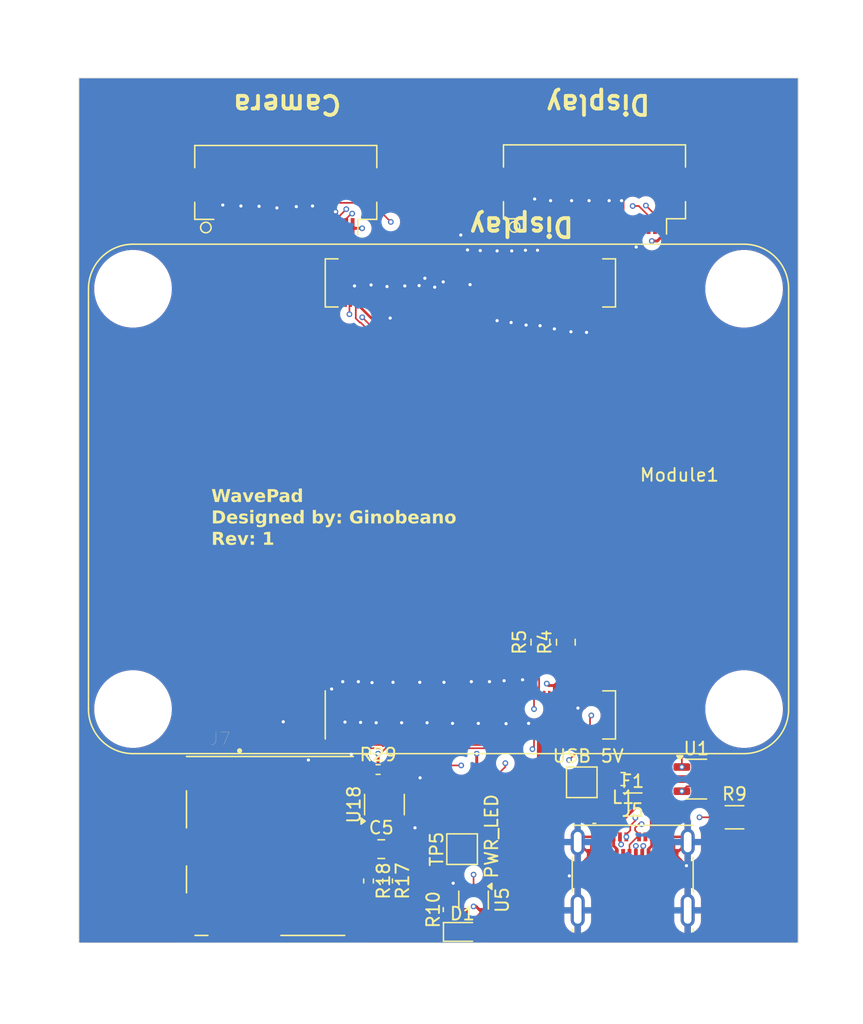
<source format=kicad_pcb>
(kicad_pcb (version 20241229) (generator "pcbnew") (generator_version "9.0")
  (layers (0 "F.Cu" signal "Front") (4 "In1.Cu" signal) (6 "In2.Cu" signal) (2 "B.Cu" signal "Back") (13 "F.Paste" user) (15 "B.Paste" user) (5 "F.SilkS" user "F.Silkscreen") (7 "B.SilkS" user "B.Silkscreen") (1 "F.Mask" user) (3 "B.Mask" user) (25 "Edge.Cuts" user))
  (net 0 "")
  (net 1 "GND")
  (net 2 "/CM4_GPIO (GPIO, SDCARD)/SD_PWR")
  (net 3 "Net-(D1-K)")
  (net 4 "/+3.3v")
  (net 5 "/+5v")
  (net 6 "Net-(U1-VBUS)")
  (net 7 "/CM4_GPIO (GPIO, SDCARD)/GLOBAL_EN")
  (net 8 "/CM4_GPIO (GPIO, SDCARD)/RUN_PG")
  (net 9 "/CM4_GPIO (GPIO, SDCARD)/WL_nDis")
  (net 10 "/CM4_GPIO (GPIO, SDCARD)/BT_nDis")
  (net 11 "/USB/USB D-")
  (net 12 "Net-(J5-CC1)")
  (net 13 "/USB/USB D+")
  (net 14 "/CM4_HighSpeed/SDA1")
  (net 15 "/CM4_GPIO (GPIO, SDCARD)/ID_SC")
  (net 16 "/CM4_GPIO (GPIO, SDCARD)/ID_SD")
  (net 17 "/CM4_HighSpeed/SCL1")
  (net 18 "Net-(J7-DET_A)")
  (net 19 "/CM4_GPIO (GPIO, SDCARD)/SD_DAT1")
  (net 20 "/CM4_GPIO (GPIO, SDCARD)/SD_CMD")
  (net 21 "/CM4_GPIO (GPIO, SDCARD)/SD_CLK")
  (net 22 "/CM4_GPIO (GPIO, SDCARD)/SD_DAT0")
  (net 23 "/CM4_GPIO (GPIO, SDCARD)/SD_DAT3")
  (net 24 "Net-(J7-DET_B)")
  (net 25 "/CM4_GPIO (GPIO, SDCARD)/SD_DAT2")
  (net 26 "/CM4_HighSpeed/CAM0_D0_P")
  (net 29 "/CM4_HighSpeed/CAM0_C_P")
  (net 30 "/CM4_HighSpeed/CAM0_C_N")
  (net 32 "/CM4_HighSpeed/CAM0_D1_P")
  (net 33 "/CM4_HighSpeed/CAM0_D1_N")
  (net 35 "/CM4_HighSpeed/+3.3v")
  (net 36 "/CM4_HighSpeed/CAM0_D0_N")
  (net 38 "/CM4_HighSpeed/CAM_GPIO")
  (net 40 "/CM4_HighSpeed/DSI0_D1_P")
  (net 41 "/CM4_HighSpeed/DSI0_C_P")
  (net 44 "/CM4_HighSpeed/DSI0_D0_N")
  (net 46 "/CM4_HighSpeed/DSI0_D0_P")
  (net 47 "/CM4_HighSpeed/DSI0_C_N")
  (net 50 "/CM4_HighSpeed/DSI0_D1_N")
  (net 51 "/CM4_GPIO (GPIO, SDCARD)/nRPIBOOT")
  (net 52 "/CM4_GPIO (GPIO, SDCARD)/GPIO23")
  (net 53 "/CM4_GPIO (GPIO, SDCARD)/+1.8v")
  (net 54 "/CM4_GPIO (GPIO, SDCARD)/GPIO_VREF")
  (net 55 "/CM4_GPIO (GPIO, SDCARD)/TRD0_N")
  (net 56 "/CM4_GPIO (GPIO, SDCARD)/SYNC_IN")
  (net 57 "/CM4_HighSpeed/CAM1_D0_N")
  (net 58 "/CM4_HighSpeed/DSI1_D3_N")
  (net 59 "/CM4_GPIO (GPIO, SDCARD)/GPIO8")
  (net 61 "/CM4_GPIO (GPIO, SDCARD)/GPIO22")
  (net 62 "/CM4_GPIO (GPIO, SDCARD)/AIN0")
  (net 63 "/CM4_HighSpeed/CAM1_D3_N")
  (net 64 "/CM4_GPIO (GPIO, SDCARD)/GPIO14")
  (net 65 "/CM4_HighSpeed/HDMI0_SDA")
  (net 66 "/CM4_HighSpeed/HDMI1_SDA")
  (net 67 "/CM4_HighSpeed/HDMI1_CK_P")
  (net 68 "/CM4_HighSpeed/DSI1_C_N")
  (net 69 "/CM4_HighSpeed/HDMI1_CK_N")
  (net 70 "/CM4_HighSpeed/HDMI1_D0_N")
  (net 71 "/CM4_HighSpeed/HDMI0_CEC")
  (net 72 "/CM4_GPIO (GPIO, SDCARD)/GPIO4")
  (net 73 "/CM4_HighSpeed/DSI1_D0_N")
  (net 74 "/CM4_HighSpeed/PCIE_CLK_N")
  (net 75 "/CM4_HighSpeed/PCIE_TX_P")
  (net 76 "/CM4_HighSpeed/HDMI1_D2_P")
  (net 77 "/CM4_GPIO (GPIO, SDCARD)/GPIO6")
  (net 78 "/CM4_GPIO (GPIO, SDCARD)/SCL0")
  (net 80 "/CM4_HighSpeed/PCIE_TX_N")
  (net 82 "/CM4_GPIO (GPIO, SDCARD)/EEPROM_nWP")
  (net 83 "/CM4_GPIO (GPIO, SDCARD)/SDA0")
  (net 85 "/CM4_HighSpeed/HDMI1_D2_N")
  (net 86 "/nEXTRST")
  (net 87 "/CM4_HighSpeed/HDMI1_SCL")
  (net 88 "/CM4_GPIO (GPIO, SDCARD)/SYNC_OUT")
  (net 89 "/CM4_GPIO (GPIO, SDCARD)/GPIO27")
  (net 91 "/CM4_HighSpeed/PCIE_CLK_nREQ")
  (net 93 "/CM4_HighSpeed/HDMI0_D0_N")
  (net 94 "/CM4_HighSpeed/CAM1_D2_P")
  (net 95 "/CM4_HighSpeed/HDMI1_HOTPLUG")
  (net 96 "/CM4_HighSpeed/HDMI1_D0_P")
  (net 97 "/CM4_HighSpeed/DSI1_D0_P")
  (net 98 "/CM4_HighSpeed/CAM1_D1_N")
  (net 99 "/CM4_GPIO (GPIO, SDCARD)/AIN1")
  (net 100 "/CM4_HighSpeed/HDMI0_D1_N")
  (net 101 "/CM4_GPIO (GPIO, SDCARD)/GPIO15")
  (net 102 "/CM4_GPIO (GPIO, SDCARD)/ETH_LEDG")
  (net 103 "/CM4_GPIO (GPIO, SDCARD)/GPIO20")
  (net 104 "/CM4_GPIO (GPIO, SDCARD)/TRD2_N")
  (net 105 "/CM4_GPIO (GPIO, SDCARD)/GPIO7")
  (net 106 "/CM4_GPIO (GPIO, SDCARD)/GPIO2")
  (net 107 "/CM4_GPIO (GPIO, SDCARD)/TRD3_P")
  (net 109 "/CM4_GPIO (GPIO, SDCARD)/Reserved")
  (net 110 "/CM4_GPIO (GPIO, SDCARD)/TRD2_P")
  (net 111 "/CM4_HighSpeed/CAM1_C_P")
  (net 112 "/CM4_HighSpeed/HDMI1_CEC")
  (net 113 "/CM4_HighSpeed/USBOTG_ID")
  (net 114 "/CM4_HighSpeed/CAM1_D2_N")
  (net 115 "/CM4_GPIO (GPIO, SDCARD)/GPIO16")
  (net 116 "/CM4_HighSpeed/PCIE_RX_P")
  (net 117 "/CM4_GPIO (GPIO, SDCARD)/GPIO13")
  (net 118 "/CM4_HighSpeed/CAM1_D0_P")
  (net 119 "/CM4_GPIO (GPIO, SDCARD)/GPIO25")
  (net 120 "/CM4_HighSpeed/HDMI0_CK_P")
  (net 121 "/CM4_GPIO (GPIO, SDCARD)/SD_PWR_ON")
  (net 122 "/CM4_HighSpeed/CAM1_D3_P")
  (net 123 "/CM4_HighSpeed/DSI1_D2_N")
  (net 124 "/CM4_HighSpeed/HDMI1_D1_P")
  (net 125 "/CM4_HighSpeed/DSI1_D1_N")
  (net 126 "/CM4_HighSpeed/HDMI0_CK_N")
  (net 128 "/CM4_HighSpeed/DSI1_D2_P")
  (net 129 "/CM4_HighSpeed/PCIE_CLK_P")
  (net 130 "/CM4_HighSpeed/DSI1_D3_P")
  (net 131 "/CM4_HighSpeed/CAM1_C_N")
  (net 132 "/CM4_GPIO (GPIO, SDCARD)/nPWR_LED")
  (net 133 "/CM4_GPIO (GPIO, SDCARD)/GPIO9")
  (net 134 "/CM4_GPIO (GPIO, SDCARD)/GPIO12")
  (net 135 "/CM4_HighSpeed/PCIE_nRST")
  (net 136 "/CM4_HighSpeed/HDMI0_D2_P")
  (net 137 "/CM4_HighSpeed/HDMI0_HOTPLUG")
  (net 138 "/CM4_HighSpeed/CAM1_D1_P")
  (net 139 "/CM4_GPIO (GPIO, SDCARD)/GPIO19")
  (net 140 "/CM4_HighSpeed/TV_OUT")
  (net 141 "/CM4_GPIO (GPIO, SDCARD)/GPIO11")
  (net 142 "/CM4_GPIO (GPIO, SDCARD)/TRD1_N")
  (net 143 "/CM4_HighSpeed/HDMI0_D2_N")
  (net 144 "/CM4_HighSpeed/HDMI1_D1_N")
  (net 145 "/CM4_HighSpeed/HDMI0_SCL")
  (net 146 "/CM4_GPIO (GPIO, SDCARD)/GPIO24")
  (net 147 "/CM4_GPIO (GPIO, SDCARD)/TRD1_P")
  (net 148 "/CM4_HighSpeed/DSI1_D1_P")
  (net 149 "/CM4_GPIO (GPIO, SDCARD)/TRD0_P")
  (net 150 "/CM4_GPIO (GPIO, SDCARD)/GPIO21")
  (net 151 "/CM4_GPIO (GPIO, SDCARD)/GPIO26")
  (net 152 "/CM4_HighSpeed/DSI1_C_P")
  (net 153 "/CM4_GPIO (GPIO, SDCARD)/GPIO10")
  (net 154 "/CM4_HighSpeed/HDMI0_D0_P")
  (net 155 "/CM4_GPIO (GPIO, SDCARD)/GPIO18")
  (net 156 "/CM4_GPIO (GPIO, SDCARD)/GPIO3")
  (net 157 "/CM4_GPIO (GPIO, SDCARD)/ETH_LEDY")
  (net 158 "/CM4_GPIO (GPIO, SDCARD)/GPIO5")
  (net 159 "/CM4_HighSpeed/HDMI0_D1_P")
  (net 160 "/CM4_GPIO (GPIO, SDCARD)/GPIO17")
  (net 162 "/CM4_GPIO (GPIO, SDCARD)/TRD3_N")
  (net 163 "/CM4_HighSpeed/PCIE_RX_N")
  (net 164 "Net-(R10-Pad2)")
  (footprint "Inductor_SMD:L_0603_1608Metric" (layer "F.Cu") (at 161.25 93.75 180)
    (property "Reference" "L1")
    (property "Value" "L")
  )
  (footprint "Resistor_SMD:R_0402_1005Metric" (layer "F.Cu") (at 142.75 101.75 -90)
    (property "Reference" "R17")
    (property "Value" "nf")
  )
  (footprint "Resistor_SMD:R_0402_1005Metric" (layer "F.Cu") (at 147.5 104 90)
    (property "Reference" "R10")
    (property "Value" "1k")
  )
  (footprint "Resistor_SMD:R_0402_1005Metric" (layer "F.Cu") (at 142 93)
    (property "Reference" "R29")
    (property "Value" "12K 1%")
  )
  (footprint "TestPoint:TestPoint_Pad_2.0x2.0mm" (layer "F.Cu") (at 158 94)
    (property "Reference" "TP3" (hide yes))
    (property "Value" "USB 5v")
  )
  (footprint "CM4IO:SDCARD_MOLEX_503398-1892" (layer "F.Cu") (at 133.5 99)
    (property "Reference" "J7")
    (property "Value" "Micro_SD_Card_Det")
  )
  (footprint "CM4IO:Raspberry-Pi-4-Compute-Module" (layer "F.Cu") (at 170.75 88.25 90)
    (property "Reference" "Module1")
    (property "Value" "ComputeModule4")
  )
  (footprint "Package_TO_SOT_SMD:SOT-23-5" (layer "F.Cu") (at 142.5 95.75 90)
    (property "Reference" "U18")
    (property "Value" "RT9742GGJ5")
  )
  (footprint "Resistor_SMD:R_0805_2012Metric" (layer "F.Cu") (at 156.75 83 90)
    (property "Reference" "R4")
    (property "Value" "nf")
  )
  (footprint "Resistor_SMD:R_0805_2012Metric" (layer "F.Cu") (at 154.75 83 90)
    (property "Reference" "R5")
    (property "Value" "0R")
  )
  (footprint "Connector_USB:USB_C_Receptacle_Molex_105450-0101" (layer "F.Cu") (at 162 101.5)
    (property "Reference" "J5")
    (property "Value" "USB_C_Receptacle_USB2.0_14P")
  )
  (footprint "Resistor_SMD:R_1206_3216Metric" (layer "F.Cu") (at 162 95.75)
    (property "Reference" "F1")
    (property "Value" "PTC Fuse")
  )
  (footprint "Package_TO_SOT_SMD:SOT-23-6" (layer "F.Cu") (at 167 93.75)
    (property "Reference" "U1")
    (property "Value" "USBLC6-4SC6")
  )
  (footprint "LED_SMD:LED_0603_1608Metric" (layer "F.Cu") (at 148.62 105.75)
    (property "Reference" "D1")
    (property "Value" "LED Red")
  )
  (footprint "TestPoint:TestPoint_Pad_2.0x2.0mm" (layer "F.Cu") (at 148.6 99.25 90)
    (property "Reference" "TP5")
    (property "Value" "TestPoint")
  )
  (footprint "Package_TO_SOT_SMD:SOT-353_SC-70-5" (layer "F.Cu") (at 149.5 103.25 -90)
    (property "Reference" "U5")
    (property "Value" "74LVC1G07SE-7")
  )
  (footprint "CM4IO:Hirose_FH12-22S-0.5SH_1x22-1MP_P0.50mm_Horizontal" (layer "F.Cu") (at 134.75 48.5 180)
    (property "Reference" "J8")
    (property "Value" "Conn_01x22_Female")
  )
  (footprint "Resistor_SMD:R_0402_1005Metric" (layer "F.Cu") (at 141.25 101.75 -90)
    (property "Reference" "R18")
    (property "Value" "nf")
  )
  (footprint "Capacitor_SMD:C_0805_2012Metric" (layer "F.Cu") (at 142.25 99.25)
    (property "Reference" "C5")
    (property "Value" "10u")
  )
  (footprint "Resistor_SMD:R_1206_3216Metric" (layer "F.Cu") (at 170 96.75)
    (property "Reference" "R9")
    (property "Value" "5.1K")
  )
  (footprint "CM4IO:Hirose_FH12-22S-0.5SH_1x22-1MP_P0.50mm_Horizontal" (layer "F.Cu") (at 159 48.45 180)
    (property "Reference" "J15")
    (property "Value" "Conn_01x22_Female")
  )
  (gr_rect (start 118.5 38.7) (end 175 106.6) (stroke (width 0.05)) (fill no) (layer "Edge.Cuts"))
  (gr_text "PWR_LED\n" (at 151.5 101.65 90) (layer "F.SilkS") (effects (font (size 1 1)) (justify left bottom)))
  (gr_text "WavePad\nDesigned by: Ginobeano\nRev: 1\n" (at 128.9 75.525 0) (layer "F.SilkS") (effects (font (size 1 1) (thickness 0.2) (bold yes)) (justify left bottom)))
  (gr_text "Display" (at 163.514286 39.9 180) (layer "F.SilkS") (effects (font (size 1.5 1.5) (thickness 0.3) (bold yes)) (justify left bottom)))
  (gr_text "Display\n" (at 157.5 49.5 180) (layer "F.SilkS") (effects (font (size 1.5 1.5) (thickness 0.3) (bold yes)) (justify left bottom)))
  (gr_text "Camera" (at 139.264286 39.9 180) (layer "F.SilkS") (effects (font (size 1.5 1.5) (thickness 0.3) (bold yes)) (justify left bottom)))
  (gr_text "USB 5V\n" (at 155.625 92.525 0) (layer "F.SilkS") (effects (font (size 1 1)) (justify left bottom)))
  (segment (start 149.85 89.4) (end 149.875 89.375) (width 0.13) (layer "F.Cu") (net 1))
  (segment (start 153.45 90.25) (end 153.45 89.75) (width 0.2) (layer "F.Cu") (net 1))
  (segment (start 151.05 87.17) (end 151.05 86.4) (width 0.2) (layer "F.Cu") (net 1))
  (segment (start 138.845 87.17) (end 138.35 86.675) (width 0.2) (layer "F.Cu") (net 1))
  (segment (start 158.79 99.585) (end 157.025 101.35) (width 0.2) (layer "F.Cu") (net 1))
  (segment (start 155.05 56.33) (end 155.05 57.825) (width 0.2) (layer "F.Cu") (net 1))
  (segment (start 139.9 93.875) (end 139.9 91.8) (width 0.2) (layer "F.Cu") (net 1))
  (segment (start 141.85 56.33) (end 141.85 55.35) (width 0.2) (layer "F.Cu") (net 1))
  (segment (start 153.75 50.3) (end 153.75 48.75) (width 0.2) (layer "F.Cu") (net 1))
  (segment (start 148.275 102.3) (end 147.9 101.925) (width 0.2) (layer "F.Cu") (net 1))
  (segment (start 153.85 56.33) (end 153.85 57.875) (width 0.2) (layer "F.Cu") (net 1))
  (segment (start 152.25 90.25) (end 152.25 89.59397) (width 0.13) (layer "F.Cu") (net 1))
  (segment (start 152.65 52.425) (end 152.5 52.275) (width 0.2) (layer "F.Cu") (net 1))
  (segment (start 129.8 48.675) (end 129.825 48.7) (width 0.2) (layer "F.Cu") (net 1))
  (segment (start 147.85 90.25) (end 147.85 89.375) (width 0.2) (layer "F.Cu") (net 1))
  (segment (start 145.45 55.225) (end 145.225 55) (width 0.2) (layer "F.Cu") (net 1))
  (segment (start 139.45 87.17) (end 139.45 86.325) (width 0.2) (layer "F.Cu") (net 1))
  (segment (start 159 98.285) (end 159 99.485) (width 0.2) (layer "F.Cu") (net 1))
  (segment (start 136.62 93.375) (end 136.62 93.113) (width 0.2) (layer "F.Cu") (net 1))
  (segment (start 153.85 86.45) (end 153.35 85.95) (width 0.2) (layer "F.Cu") (net 1))
  (segment (start 129.5 50.35) (end 129.5 48.975) (width 0.2) (layer "F.Cu") (net 1))
  (segment (start 155.25 48.63) (end 155.55 48.33) (width 0.2) (layer "F.Cu") (net 1))
  (segment (start 141.461245 57.55) (end 142.95 57.55) (width 0.2) (layer "F.Cu") (net 1))
  (segment (start 135.5 50.35) (end 135.5 48.875) (width 0.2) (layer "F.Cu") (net 1))
  (segment (start 143.2 99.25) (end 144.325 98.125) (width 0.2) (layer "F.Cu") (net 1))
  (segment (start 135.553 92.046) (end 134.877392 92.046) (width 0.2) (layer "F.Cu") (net 1))
  (segment (start 143.85 90.25) (end 143.85 89.325) (width 0.2) (layer "F.Cu") (net 1))
  (segment (start 140.65 89.325) (end 140.625 89.3) (width 0.2) (layer "F.Cu") (net 1))
  (segment (start 143.05 56.33) (end 143.05 55.425) (width 0.2) (layer "F.Cu") (net 1))
  (segment (start 151.05 90.25) (end 151.05 90.692) (width 0.13) (layer "F.Cu") (net 1))
  (segment (start 158.65 87.72) (end 158.195 88.175) (width 0.2) (layer "F.Cu") (net 1))
  (segment (start 152.65 56.33) (end 152.65 57.7) (width 0.2) (layer "F.Cu") (net 1))
  (segment (start 153.75 48.75) (end 154.3 48.2) (width 0.2) (layer "F.Cu") (net 1))
  (segment (start 141.85 86.5) (end 141.525 86.175) (width 0.2) (layer "F.Cu") (net 1))
  (segment (start 139.45 87.17) (end 138.845 87.17) (width 0.2) (layer "F.Cu") (net 1))
  (segment (start 153.625 58.1) (end 153.7 58.175) (width 0.2) (layer "F.Cu") (net 1))
  (segment (start 136.62 92.345) (end 136.525 92.25) (width 0.2) (layer "F.Cu") (net 1))
  (segment (start 139.45 90.25) (end 139.45 89.325) (width 0.2) (layer "F.Cu") (net 1))
  (segment (start 158.65 87.17) (end 158.65 87.72) (width 0.2) (layer "F.Cu") (net 1))
  (segment (start 140.65 86.3) (end 140.45 86.1) (width 0.2) (layer "F.Cu") (net 1))
  (segment (start 140.65 56.33) (end 140.65 55.525) (width 0.2) (layer "F.Cu") (net 1))
  (segment (start 144.325 94.625) (end 145.3 93.65) (width 0.2) (layer "F.Cu") (net 1))
  (segment (start 161.95 51.181) (end 161.281 51.181) (width 0.2) (layer "F.Cu") (net 1))
  (segment (start 158.57 99.585) (end 157.68 98.695) (width 0.2) (layer "F.Cu") (net 1))
  (segment (start 147.45 86.425) (end 147.175 86.15) (width 0.2) (layer "F.Cu") (net 1))
  (segment (start 155.05 57.825) (end 154.725 58.15) (width 0.2) (layer "F.Cu") (net 1))
  (segment (start 146.65 54.24397) (end 147.115515 54.709485) (width 0.2) (layer "F.Cu") (net 1))
  (segment (start 131 50.35) (end 131 48.975) (width 0.2) (layer "F.Cu") (net 1))
  (segment (start 149.05 52.225) (end 149.025 52.2) (width 0.2) (layer "F.Cu") (net 1))
  (segment (start 139.45 89.325) (end 139.4 89.275) (width 0.2) (layer "F.Cu") (net 1))
  (segment (start 159.75 50.3) (end 159.75 48.73) (width 0.2) (layer "F.Cu") (net 1))
  (segment (start 145.45 87.17) (end 145.45 86.325) (width 0.2) (layer "F.Cu") (net 1))
  (segment (start 149.85 90.25) (end 149.85 89.4) (width 0.13) (layer "F.Cu") (net 1))
  (segment (start 151.45 57.65) (end 151.346985 57.753015) (width 0.2) (layer "F.Cu") (net 1))
  (segment (start 153.45 89.75) (end 153.825 89.375) (width 0.2) (layer "F.Cu") (net 1))
  (segment (start 161.25 50.3) (end 161.25 48.455) (width 0.2) (layer "F.Cu") (net 1))
  (segment (start 165 98.285) (end 165 99.485) (width 0.2) (layer "F.Cu") (net 1))
  (segment (start 152.25 87.17) (end 152.25 86.375) (width 0.2) (layer "F.Cu") (net 1))
  (segment (start 156.75 48.78) (end 157.2 48.33) (width 0.2) (layer "F.Cu") (net 1))
  (segment (start 165.43 99.585) (end 166.32 98.695) (width 0.2) (layer "F.Cu") (net 1))
  (segment (start 149.45 87.17) (end 149.45 86.225) (width 0.2) (layer "F.Cu") (net 1))
  (segment (start 144.875 97.575) (end 144.9 97.575) (width 0.2) (layer "F.Cu") (net 1))
  (segment (start 165 99.485) (end 165.1 99.585) (width 0.2) (layer "F.Cu") (net 1))
  (segment (start 158.25 48.655) (end 158.575 48.33) (width 0.2) (layer "F.Cu") (net 1))
  (segment (start 156.25 56.33) (end 156.25 58) (width 0.2) (layer "F.Cu") (net 1))
  (segment (start 145.45 53.25) (end 145.45 54.2) (width 0.2) (layer "F.Cu") (net 1))
  (segment (start 157.45 58.325) (end 157.15 58.625) (width 0.2) (layer "F.Cu") (net 1))
  (segment (start 153.85 57.875) (end 153.625 58.1) (width 0.2) (layer "F.Cu") (net 1))
  (segment (start 139.45 86.325) (end 139.225 86.1) (width 0.2) (layer "F.Cu") (net 1))
  (segment (start 143.05 55.425) (end 142.7 55.075) (width 0.2) (layer "F.Cu") (net 1))
  (segment (start 153.85 52.5) (end 153.575 52.225) (width 0.2) (layer "F.Cu") (net 1))
  (segment (start 158.9 99.585) (end 158.57 99.585) (width 0.2) (layer "F.Cu") (net 1))
  (segment (start 155.05 53.25) (end 155.05 52.75) (width 0.2) (layer "F.Cu") (net 1))
  (segment (start 138.5 50.35) (end 138.5 49.35) (width 0.2) (layer "F.Cu") (net 1))
  (segment (start 158.9 99.585) (end 158.79 99.585) (width 0.2) (layer "F.Cu") (net 1))
  (segment (start 131 48.975) (end 131.225 48.75) (width 0.2) (layer "F.Cu") (net 1))
  (segment (start 144.325 94.725) (end 144.325 94.625) (width 0.2) (layer "F.Cu") (net 1))
  (segment (start 158.195 88.175) (end 157.7 88.175) (width 0.2) (layer "F.Cu") (net 1))
  (segment (start 156.75 50.3) (end 156.75 48.78) (width 0.2) (layer "F.Cu") (net 1))
  (segment (start 140.65 87.17) (end 140.65 86.3) (width 0.2) (layer "F.Cu") (net 1))
  (segment (start 149.05 53.25) (end 149.05 52.225) (width 0.2) (layer "F.Cu") (net 1))
  (segment (start 161.95 51.645) (end 162.275 51.97) (width 0.2) (layer "F.Cu") (net 1))
  (segment (start 153.85 53.25) (end 153.85 52.5) (width 0.2) (layer "F.Cu") (net 1))
  (segment (start 135.5 48.875) (end 135.575 48.8) (width 0.2) (layer "F.Cu") (net 1))
  (segment (start 161.25 48.455) (end 161.125 48.33) (width 0.2) (layer "F.Cu") (net 1))
  (segment (start 133.704 90.096) (end 134.55 89.25) (width 0.2) (layer "F.Cu") (net 1))
  (segment (start 149.916 90.796) (end 149.85 90.73) (width 0.13) (layer "F.Cu") (net 1))
  (segment (start 144.25 56.33) (end 144.25 55.175) (width 0.2) (layer "F.Cu") (net 1))
  (segment (start 159 98.285) (end 158.09 98.285) (width 0.2) (layer "F.Cu") (net 1))
  (segment (start 149.45 86.225) (end 149.325 86.1) (width 0.2) (layer "F.Cu") (net 1))
  (segment (start 150.25 56.33) (end 150.25 55.95) (width 0.2) (layer "F.Cu") (net 1))
  (segment (start 133.704 90.872608) (end 133.704 90.096) (width 0.2) (layer "F.Cu") (net 1))
  (segment (start 137 50.35) (end 137 48.9) (width 0.2) (layer "F.Cu") (net 1))
  (segment (start 134.877392 92.046) (end 133.704 90.872608) (width 0.2) (layer "F.Cu") (net 1))
  (segment (start 157.45 56.33) (end 157.45 58.325) (width 0.2) (layer "F.Cu") (net 1))
  (segment (start 152.65 53.25) (end 152.65 52.425) (width 0.2) (layer "F.Cu") (net 1))
  (segment (start 141.85 90.25) (end 141.85 89.325) (width 0.2) (layer "F.Cu") (net 1))
  (segment (start 140.65 56.738755) (end 141.461245 57.55) (width 0.2) (layer "F.Cu") (net 1))
  (segment (start 162.75 51.062) (end 162.631 51.181) (width 0.2) (layer "F.Cu") (net 1))
  (segment (start 145.45 54.2) (end 145.675 54.425) (width 0.2) (layer "F.Cu") (net 1))
  (segment (start 152.25 86.375) (end 151.9 86.025) (width 0.2) (layer "F.Cu") (net 1))
  (segment (start 132.5 50.35) (end 132.5 48.925) (width 0.2) (layer "F.Cu") (net 1))
  (segment (start 129.5 48.975) (end 129.8 48.675) (width 0.2) (layer "F.Cu") (net 1))
  (segment (start 141.85 87.17) (end 141.85 86.5) (width 0.2) (layer "F.Cu") (net 1))
  (segment (start 136.62 93.375) (end 136.62 92.345) (width 0.2) (layer "F.Cu") (net 1))
  (segment (start 146.65 55.325) (end 146.45 55.125) (width 0.2) (layer "F.Cu") (net 1))
  (segment (start 137 48.9) (end 136.85 48.75) (width 0.2) (layer "F.Cu") (net 1))
  (segment (start 140.65 56.33) (end 140.65 56.738755) (width 0.2) (layer "F.Cu") (net 1))
  (segment (start 158.65 56.33) (end 158.65 58.4) (width 0.2) (layer "F.Cu") (net 1))
  (segment (start 134 50.35) (end 134 48.95) (width 0.2) (layer "F.Cu") (net 1))
  (segment (start 153.85 87.17) (end 153.85 86.45) (width 0.2) (layer "F.Cu") (net 1))
  (segment (start 165.1 99.585) (end 165.43 99.585) (width 0.2) (layer "F.Cu") (net 1))
  (segment (start 150.25 53.25) (end 150.25 52.475) (width 0.2) (layer "F.Cu") (net 1))
  (segment (start 150.946 90.796) (end 149.916 90.796) (width 0.13) (layer "F.Cu") (net 1))
  (segment (start 161.25 51.15) (end 161.25 50.3) (width 0.2) (layer "F.Cu") (net 1))
  (segment (start 159 99.485) (end 158.9 99.585) (width 0.2) (layer "F.Cu") (net 1))
  (segment (start 151.05 90.692) (end 150.946 90.796) (width 0.13) (layer "F.Cu") (net 1))
  (segment (start 146.65 56.33) (end 146.65 55.325) (width 0.2) (layer "F.Cu") (net 1))
  (segment (start 158.09 98.285) (end 157.68 98.695) (width 0.2) (layer "F.Cu") (net 1))
  (segment (start 165.91 98.285) (end 166.32 98.695) (width 0.2) (layer "F.Cu") (net 1))
  (segment (start 143.45 86.425) (end 143.175 86.15) (width 0.2) (layer "F.Cu") (net 1))
  (segment (start 165.1 99.585) (end 165.26 99.585) (width 0.2) (layer "F.Cu") (net 1))
  (segment (start 152.25 89.59397) (end 152.053015 89.396985) (width 0.13) (layer "F.Cu") (net 1))
  (segment (start 155.25 50.3) (end 155.25 48.63) (width 0.2) (layer "F.Cu") (net 1))
  (segment (start 151.45 52.375) (end 151.35 52.275) (width 0.2) (layer "F.Cu") (net 1))
  (segment (start 138.5 49.35) (end 138.65 49.2) (width 0.2) (layer "F.Cu") (net 1))
  (segment (start 152.65 57.7) (end 152.45 57.9) (width 0.2) (layer "F.Cu") (net 1))
  (segment (start 141.85 55.35) (end 141.45 54.95) (width 0.2) (layer "F.Cu") (net 1))
  (segment (start 145.45 86.325) (end 145.275 86.15) (width 0.2) (layer "F.Cu") (net 1))
  (segment (start 132.5 48.925) (end 132.65 48.775) (width 0.2) (layer "F.Cu") (net 1))
  (segment (start 150.25 52.475) (end 150.025 52.25) (width 0.2) (layer "F.Cu") (net 1))
  (segment (start 151.05 86.4) (end 150.75 86.1) (width 0.2) (layer "F.Cu") (net 1))
  (segment (start 140.65 55.525) (end 140.15 55.025) (width 0.2) (layer "F.Cu") (net 1))
  (segment (start 156.25 58) (end 155.85 58.4) (width 0.2) (layer "F.Cu") (net 1))
  (segment (start 158.25 50.3) (end 158.25 48.655) (width 0.2) (layer "F.Cu") (net 1))
  (segment (start 161.95 51.181) (end 161.95 51.645) (width 0.2) (layer "F.Cu") (net 1))
  (segment (start 161.281 51.181) (end 161.25 51.15) (width 0.2) (layer "F.Cu") (net 1))
  (segment (start 155.05 52.75) (end 154.525 52.225) (width 0.2) (layer "F.Cu") (net 1))
  (segment (start 143.45 87.17) (end 143.45 86.425) (width 0.2) (layer "F.Cu") (net 1))
  (segment (start 165.26 99.585) (end 166.225 100.55) (width 0.2) (layer "F.Cu") (net 1))
  (segment (start 162.631 51.181) (end 161.95 51.181) (width 0.2) (layer "F.Cu") (net 1))
  (segment (start 147.85 53.25) (end 147.85 51.68) (width 0.2) (layer "F.Cu") (net 1))
  (segment (start 151.45 53.25) (end 151.45 52.375) (width 0.2) (layer "F.Cu") (net 1))
  (segment (start 147.85 51.68) (end 148.5 51.03) (width 0.2) (layer "F.Cu") (net 1))
  (segment (start 144.325 98.125) (end 144.325 94.725) (width 0.2) (layer "F.Cu") (net 1))
  (segment (start 148.85 102.3) (end 148.275 102.3) (width 0.2) (layer "F.Cu") (net 1))
  (segment (start 136.62 93.113) (end 135.553 92.046) (width 0.2) (layer "F.Cu") (net 1))
  (segment (start 144.25 55.175) (end 144.1 55.025) (width 0.2) (layer "F.Cu") (net 1))
  (segment (start 150.25 55.95) (end 149.225 54.925) (width 0.2) (layer "F.Cu") (net 1))
  (segment (start 134 48.95) (end 134.05 48.9) (width 0.2) (layer "F.Cu") (net 1))
  (segment (start 147.45 87.17) (end 147.45 86.425) (width 0.2) (layer "F.Cu") (net 1))
  (segment (start 158.65 58.4) (end 158.375 58.675) (width 0.2) (layer "F.Cu") (net 1))
  (segment (start 151.45 56.33) (end 151.45 57.65) (width 0.2) (layer "F.Cu") (net 1))
  (segment (start 145.45 56.33) (end 145.45 55.225) (width 0.2) (layer "F.Cu") (net 1))
  (segment (start 149.85 90.73) (end 149.85 90.25) (width 0.13) (layer "F.Cu") (net 1))
  (segment (start 145.85 90.25) (end 145.85 89.325) (width 0.2) (layer "F.Cu") (net 1))
  (segment (start 165 98.285) (end 165.91 98.285) (width 0.2) (layer "F.Cu") (net 1))
  (segment (start 162.75 50.3) (end 162.75 51.062) (width 0.2) (layer "F.Cu") (net 1))
  (segment (start 143.2 99.25) (end 144.875 97.575) (width 0.2) (layer "F.Cu") (net 1))
  (segment (start 140.65 90.25) (end 140.65 89.325) (width 0.2) (layer "F.Cu") (net 1))
  (segment (start 159.75 48.73) (end 160.15 48.33) (width 0.2) (layer "F.Cu") (net 1))
  (segment (start 146.65 53.25) (end 146.65 54.24397) (width 0.2) (layer "F.Cu") (net 1))
  (via (at 153.575 52.225) (size 0.45) (drill 0.25) (layers "F.Cu" "B.Cu") (net 1))
  (via (at 160.15 48.33) (size 0.45) (drill 0.25) (layers "F.Cu" "B.Cu") (net 1))
  (via (at 155.55 48.33) (size 0.45) (drill 0.25) (layers "F.Cu" "B.Cu") (net 1))
  (via (at 141.45 54.95) (size 0.45) (drill 0.25) (layers "F.Cu" "B.Cu") (net 1))
  (via (at 152.053015 89.396985) (size 0.45) (drill 0.25) (layers "F.Cu" "B.Cu") (net 1))
  (via (at 158.575 48.33) (size 0.45) (drill 0.25) (layers "F.Cu" "B.Cu") (net 1))
  (via (at 134.55 89.25) (size 0.45) (drill 0.25) (layers "F.Cu" "B.Cu") (net 1))
  (via (at 147.9 101.925) (size 0.45) (drill 0.25) (layers "F.Cu" "B.Cu") (net 1))
  (via (at 132.65 48.775) (size 0.45) (drill 0.25) (layers "F.Cu" "B.Cu") (net 1))
  (via (at 151.346985 57.753015) (size 0.45) (drill 0.25) (layers "F.Cu" "B.Cu") (net 1))
  (via (at 144.9 97.575) (size 0.45) (drill 0.25) (layers "F.Cu" "B.Cu") (net 1))
  (via (at 147.85 89.375) (size 0.45) (drill 0.25) (layers "F.Cu" "B.Cu") (net 1))
  (via (at 157.7 88.175) (size 0.45) (drill 0.25) (layers "F.Cu" "B.Cu") (net 1))
  (via (at 136.85 48.75) (size 0.45) (drill 0.25) (layers "F.Cu" "B.Cu") (net 1))
  (via (at 153.625 58.1) (size 0.45) (drill 0.25) (layers "F.Cu" "B.Cu") (net 1))
  (via (at 140.15 55.025) (size 0.45) (drill 0.25) (layers "F.Cu" "B.Cu") (net 1))
  (via (at 142.7 55.075) (size 0.45) (drill 0.25) (layers "F.Cu" "B.Cu") (net 1))
  (via (at 151.9 86.025) (size 0.45) (drill 0.25) (layers "F.Cu" "B.Cu") (net 1))
  (via (at 151.35 52.275) (size 0.45) (drill 0.25) (layers "F.Cu" "B.Cu") (net 1))
  (via (at 158.375 58.675) (size 0.45) (drill 0.25) (layers "F.Cu" "B.Cu") (net 1))
  (via (at 150.025 52.25) (size 0.45) (drill 0.25) (layers "F.Cu" "B.Cu") (net 1))
  (via (at 150.75 86.1) (size 0.45) (drill 0.25) (layers "F.Cu" "B.Cu") (net 1))
  (via (at 145.85 89.325) (size 0.45) (drill 0.25) (layers "F.Cu" "B.Cu") (net 1))
  (via (at 162.275 51.97) (size 0.45) (drill 0.25) (layers "F.Cu" "B.Cu") (net 1))
  (via (at 154.725 58.15) (size 0.45) (drill 0.25) (layers "F.Cu" "B.Cu") (net 1))
  (via (at 157.025 101.35) (size 0.45) (drill 0.25) (layers "F.Cu" "B.Cu") (net 1))
  (via (at 147.175 86.15) (size 0.45) (drill 0.25) (layers "F.Cu" "B.Cu") (net 1))
  (via (at 142.95 57.55) (size 0.45) (drill 0.25) (layers "F.Cu" "B.Cu") (net 1))
  (via (at 145.3 93.65) (size 0.45) (drill 0.25) (layers "F.Cu" "B.Cu") (net 1))
  (via (at 155.85 58.4) (size 0.45) (drill 0.25) (layers "F.Cu" "B.Cu") (net 1))
  (via (at 166.225 100.55) (size 0.45) (drill 0.25) (layers "F.Cu" "B.Cu") (net 1))
  (via (at 140.625 89.3) (size 0.45) (drill 0.25) (layers "F.Cu" "B.Cu") (net 1))
  (via (at 139.9 91.8) (size 0.45) (drill 0.25) (layers "F.Cu" "B.Cu") (net 1))
  (via (at 145.225 55) (size 0.45) (drill 0.25) (layers "F.Cu" "B.Cu") (net 1))
  (via (at 145.275 86.15) (size 0.45) (drill 0.25) (layers "F.Cu" "B.Cu") (net 1))
  (via (at 152.45 57.9) (size 0.45) (drill 0.25) (layers "F.Cu" "B.Cu") (net 1))
  (via (at 149.325 86.1) (size 0.45) (drill 0.25) (layers "F.Cu" "B.Cu") (net 1))
  (via (at 129.8 48.675) (size 0.45) (drill 0.25) (layers "F.Cu" "B.Cu") (net 1))
  (via (at 149.025 52.2) (size 0.45) (drill 0.25) (layers "F.Cu" "B.Cu") (net 1))
  (via (at 139.225 86.1) (size 0.45) (drill 0.25) (layers "F.Cu" "B.Cu") (net 1))
  (via (at 138.65 49.2) (size 0.45) (drill 0.25) (layers "F.Cu" "B.Cu") (net 1))
  (via (at 140.45 86.1) (size 0.45) (drill 0.25) (layers "F.Cu" "B.Cu") (net 1))
  (via (at 141.525 86.175) (size 0.45) (drill 0.25) (layers "F.Cu" "B.Cu") (net 1))
  (via (at 154.3 48.2) (size 0.45) (drill 0.25) (layers "F.Cu" "B.Cu") (net 1))
  (via (at 145.675 54.425) (size 0.45) (drill 0.25) (layers "F.Cu" "B.Cu") (net 1))
  (via (at 152.5 52.275) (size 0.45) (drill 0.25) (layers "F.Cu" "B.Cu") (net 1))
  (via (at 148.5 51.03) (size 0.45) (drill 0.25) (layers "F.Cu" "B.Cu") (net 1))
  (via (at 138.35 86.675) (size 0.45) (drill 0.25) (layers "F.Cu" "B.Cu") (net 1))
  (via (at 153.825 89.375) (size 0.45) (drill 0.25) (layers "F.Cu" "B.Cu") (net 1))
  (via (at 157.15 58.625) (size 0.45) (drill 0.25) (layers "F.Cu" "B.Cu") (net 1))
  (via (at 131.225 48.75) (size 0.45) (drill 0.25) (layers "F.Cu" "B.Cu") (net 1))
  (via (at 149.225 54.925) (size 0.45) (drill 0.25) (layers "F.Cu" "B.Cu") (net 1))
  (via (at 144.1 55.025) (size 0.45) (drill 0.25) (layers "F.Cu" "B.Cu") (net 1))
  (via (at 147.115515 54.709485) (size 0.45) (drill 0.25) (layers "F.Cu" "B.Cu") (net 1))
  (via (at 157.2 48.33) (size 0.45) (drill 0.25) (layers "F.Cu" "B.Cu") (net 1))
  (via (at 146.45 55.125) (size 0.45) (drill 0.25) (layers "F.Cu" "B.Cu") (net 1))
  (via (at 135.575 48.8) (size 0.45) (drill 0.25) (layers "F.Cu" "B.Cu") (net 1))
  (via (at 161.125 48.33) (size 0.45) (drill 0.25) (layers "F.Cu" "B.Cu") (net 1))
  (via (at 141.85 89.325) (size 0.45) (drill 0.25) (layers "F.Cu" "B.Cu") (net 1))
  (via (at 136.525 92.25) (size 0.45) (drill 0.25) (layers "F.Cu" "B.Cu") (net 1))
  (via (at 149.875 89.375) (size 0.45) (drill 0.25) (layers "F.Cu" "B.Cu") (net 1))
  (via (at 143.85 89.325) (size 0.45) (drill 0.25) (layers "F.Cu" "B.Cu") (net 1))
  (via (at 153.35 85.95) (size 0.45) (drill 0.25) (layers "F.Cu" "B.Cu") (net 1))
  (via (at 134.05 48.9) (size 0.45) (drill 0.25) (layers "F.Cu" "B.Cu") (net 1))
  (via (at 139.4 89.275) (size 0.45) (drill 0.25) (layers "F.Cu" "B.Cu") (net 1))
  (via (at 154.525 52.225) (size 0.45) (drill 0.25) (layers "F.Cu" "B.Cu") (net 1))
  (via (at 143.175 86.15) (size 0.45) (drill 0.25) (layers "F.Cu" "B.Cu") (net 1))
  (segment (start 134.42 93.575) (end 140.095 99.25) (width 0.23) (layer "F.Cu") (net 2))
  (segment (start 141.55 96.8875) (end 141.55 99) (width 0.23) (layer "F.Cu") (net 2))
  (segment (start 141.55 99) (end 141.3 99.25) (width 0.23) (layer "F.Cu") (net 2))
  (segment (start 140.095 99.25) (end 141.3 99.25) (width 0.23) (layer "F.Cu") (net 2))
  (segment (start 134.42 93.375) (end 134.42 93.575) (width 0.23) (layer "F.Cu") (net 2))
  (segment (start 147.5 104.51) (end 146.984 103.994) (width 0.13) (layer "F.Cu") (net 3))
  (segment (start 147.8325 104.8425) (end 147.5 104.51) (width 0.13) (layer "F.Cu") (net 3))
  (segment (start 146.984 100.866) (end 148.6 99.25) (width 0.13) (layer "F.Cu") (net 3))
  (segment (start 147.8325 105.75) (end 147.8325 104.8425) (width 0.13) (layer "F.Cu") (net 3))
  (segment (start 146.984 103.994) (end 146.984 100.866) (width 0.13) (layer "F.Cu") (net 3))
  (segment (start 155.4 86.4) (end 155.25 86.25) (width 0.23) (layer "F.Cu") (net 4))
  (segment (start 155.85 87.17) (end 155.85 86.4) (width 0.23) (layer "F.Cu") (net 4))
  (segment (start 154.75 83.9125) (end 154.75 84.5) (width 0.23) (layer "F.Cu") (net 4))
  (segment (start 149.75 94.24) (end 142.75 101.24) (width 0.23) (layer "F.Cu") (net 4))
  (segment (start 141.49 94.5525) (end 141.55 94.6125) (width 0.23) (layer "F.Cu") (net 4))
  (segment (start 155.85 86.4) (end 156.25 86) (width 0.23) (layer "F.Cu") (net 4))
  (segment (start 149.75 91.75) (end 149.75 94.24) (width 0.23) (layer "F.Cu") (net 4))
  (segment (start 142 92.49) (end 141.49 93) (width 0.23) (layer "F.Cu") (net 4))
  (segment (start 149.4075 105.75) (end 149.4075 104.9425) (width 0.23) (layer "F.Cu") (net 4))
  (segment (start 141.49 93) (end 141.49 94.5525) (width 0.23) (layer "F.Cu") (net 4))
  (segment (start 155.85 86.4) (end 155.4 86.4) (width 0.23) (layer "F.Cu") (net 4))
  (segment (start 156.25 86) (end 156.25 87.17) (width 0.23) (layer "F.Cu") (net 4))
  (segment (start 149.5 103.75) (end 149.7 103.75) (width 0.23) (layer "F.Cu") (net 4))
  (segment (start 149.4075 104.9425) (end 150.15 104.2) (width 0.23) (layer "F.Cu") (net 4))
  (segment (start 142 91.75) (end 142 92.49) (width 0.23) (layer "F.Cu") (net 4))
  (segment (start 149.7 103.75) (end 150.15 104.2) (width 0.23) (layer "F.Cu") (net 4))
  (segment (start 154.75 84.5) (end 156.25 86) (width 0.23) (layer "F.Cu") (net 4))
  (via (at 149.75 91.75) (size 0.45) (drill 0.25) (layers "F.Cu" "B.Cu") (net 4))
  (via (at 149.5 103.75) (size 0.45) (drill 0.25) (layers "F.Cu" "B.Cu") (net 4))
  (via (at 142 91.75) (size 0.45) (drill 0.25) (layers "F.Cu" "B.Cu") (net 4))
  (via (at 155.25 86.25) (size 0.45) (drill 0.25) (layers "F.Cu" "B.Cu") (net 4))
  (segment (start 155.25 96.5) (end 155.081 96.331) (width 1.2) (layer "F.Cu") (net 5))
  (segment (start 160.5375 95.75) (end 159.7875 96.5) (width 1.2) (layer "F.Cu") (net 5))
  (segment (start 160.5375 95.75) (end 160.5375 93.825) (width 1.2) (layer "F.Cu") (net 5))
  (segment (start 160.5375 93.825) (end 160.4625 93.75) (width 1.2) (layer "F.Cu") (net 5))
  (segment (start 156.219 90.362) (end 156.219 90.25) (width 1.2) (layer "F.Cu") (net 5))
  (segment (start 160.4625 93.75) (end 158.25 93.75) (width 1.2) (layer "F.Cu") (net 5))
  (segment (start 159.7875 96.5) (end 155.25 96.5) (width 1.2) (layer "F.Cu") (net 5))
  (segment (start 158.25 93.75) (end 158 94) (width 1.2) (layer "F.Cu") (net 5))
  (segment (start 155.081 91.5) (end 155.081 90.25) (width 1.2) (layer "F.Cu") (net 5))
  (segment (start 155.081 96.331) (end 155.081 91.5) (width 1.2) (layer "F.Cu") (net 5))
  (segment (start 155.081 91.5) (end 156.219 90.362) (width 1.2) (layer "F.Cu") (net 5))
  (segment (start 160.5 98.285) (end 160.5 98.989) (width 0.23) (layer "F.Cu") (net 6))
  (segment (start 166.906 94.493213) (end 166.906 95.074104) (width 0.5) (layer "F.Cu") (net 6))
  (segment (start 163.5 98.285) (end 163.5 97.75) (width 0.23) (layer "F.Cu") (net 6))
  (segment (start 163.4625 97.7125) (end 163.4625 95.75) (width 0.23) (layer "F.Cu") (net 6))
  (segment (start 167.649213 93.75) (end 166.906 94.493213) (width 0.5) (layer "F.Cu") (net 6))
  (segment (start 160.5 98.989) (end 160.75 99.239) (width 0.23) (layer "F.Cu") (net 6))
  (segment (start 163.5 98.285) (end 163.5 98.989) (width 0.23) (layer "F.Cu") (net 6))
  (segment (start 162.0375 93.75) (end 162.0375 94.325) (width 1.2) (layer "F.Cu") (net 6))
  (segment (start 163.5 98.989) (end 163.25 99.239) (width 0.23) (layer "F.Cu") (net 6))
  (segment (start 166.230104 95.75) (end 163.4625 95.75) (width 0.5) (layer "F.Cu") (net 6))
  (segment (start 168.1375 93.75) (end 167.649213 93.75) (width 0.5) (layer "F.Cu") (net 6))
  (segment (start 162.455 95.75) (end 163.4625 95.75) (width 0.23) (layer "F.Cu") (net 6))
  (segment (start 162.0375 94.325) (end 163.4625 95.75) (width 1.2) (layer "F.Cu") (net 6))
  (segment (start 160.5 98.285) (end 160.5 97.705) (width 0.23) (layer "F.Cu") (net 6))
  (segment (start 160.75 99.239) (end 160.75 99.585) (width 0.23) (layer "F.Cu") (net 6))
  (segment (start 166.906 95.074104) (end 166.230104 95.75) (width 0.5) (layer "F.Cu") (net 6))
  (segment (start 163.25 99.239) (end 163.25 99.585) (width 0.23) (layer "F.Cu") (net 6))
  (segment (start 160.5 97.705) (end 162.455 95.75) (width 0.23) (layer "F.Cu") (net 6))
  (segment (start 163.5 97.75) (end 163.4625 97.7125) (width 0.23) (layer "F.Cu") (net 6))
  (segment (start 139.75 57.25) (end 139.75 56.43) (width 0.13) (layer "F.Cu") (net 11))
  (segment (start 140.884351 57.615649) (end 140.756577 57.487875) (width 0.13) (layer "F.Cu") (net 11))
  (segment (start 166.448474 94.32) (end 166.721 94.047474) (width 0.13) (layer "F.Cu") (net 11))
  (segment (start 165.8625 94.7) (end 166.2425 94.32) (width 0.13) (layer "F.Cu") (net 11))
  (segment (start 162.5 98.085) (end 162.19 97.775) (width 0.13) (layer "F.Cu") (net 11))
  (segment (start 162.19 97.775) (end 162.19 97.57031) (width 0.13) (layer "F.Cu") (net 11))
  (segment (start 165.5 94.7) (end 165.8625 94.7) (width 0.13) (layer "F.Cu") (net 11))
  (segment (start 139.75 56.43) (end 139.85 56.33) (width 0.13) (layer "F.Cu") (net 11))
  (segment (start 166.2425 92.024026) (end 166.2425 82.973798) (width 0.13) (layer "F.Cu") (net 11))
  (segment (start 162.5 98.285) (end 162.5 98.085) (width 0.13) (layer "F.Cu") (net 11))
  (segment (start 162.476046 97.284264) (end 162.702321 97.284264) (width 0.13) (layer "F.Cu") (net 11))
  (segment (start 166.721 92.502526) (end 166.2425 92.024026) (width 0.13) (layer "F.Cu") (net 11))
  (segment (start 162.369616 98.285) (end 162.5 98.285) (width 0.13) (layer "F.Cu") (net 11))
  (segment (start 166.2425 94.32) (end 166.448474 94.32) (width 0.13) (layer "F.Cu") (net 11))
  (segment (start 166.2425 82.973798) (end 140.884351 57.615649) (width 0.13) (layer "F.Cu") (net 11))
  (segment (start 162.19 97.57031) (end 162.476046 97.284264) (width 0.13) (layer "F.Cu") (net 11))
  (segment (start 166.721 94.047474) (end 166.721 92.502526) (width 0.13) (layer "F.Cu") (net 11))
  (segment (start 161.75 99.585) (end 161.75 98.904616) (width 0.13) (layer "F.Cu") (net 11))
  (segment (start 161.75 98.904616) (end 162.369616 98.285) (width 0.13) (layer "F.Cu") (net 11))
  (segment (start 140.756577 57.487875) (end 140.754238 57.487875) (width 0.13) (layer "F.Cu") (net 11))
  (via (at 165.8625 94.7) (size 0.45) (drill 0.25) (layers "F.Cu" "B.Cu") (net 11))
  (via (at 139.75 57.25) (size 0.45) (drill 0.25) (layers "F.Cu" "B.Cu") (net 11))
  (via (at 140.754238 57.487875) (size 0.45) (drill 0.25) (layers "F.Cu" "B.Cu") (net 11))
  (via (at 162.702321 97.284264) (size 0.45) (drill 0.25) (layers "F.Cu" "B.Cu") (net 11))
  (segment (start 168.5375 95.1) (end 168.5375 96.75) (width 0.13) (layer "F.Cu") (net 12))
  (segment (start 161 98.285) (end 161 98.78691) (width 0.13) (layer "F.Cu") (net 12))
  (segment (start 161 98.78691) (end 161.093156 98.880066) (width 0.13) (layer "F.Cu") (net 12))
  (segment (start 162.75 99.080003) (end 162.830003 99) (width 0.13) (layer "F.Cu") (net 12))
  (segment (start 167.25 96.75) (end 168.5375 96.75) (width 0.13) (layer "F.Cu") (net 12))
  (segment (start 168.1375 94.7) (end 168.5375 95.1) (width 0.13) (layer "F.Cu") (net 12))
  (segment (start 162.75 99.585) (end 162.75 99.080003) (width 0.13) (layer "F.Cu") (net 12))
  (via (at 161.093156 98.880066) (size 0.45) (drill 0.25) (layers "F.Cu" "B.Cu") (net 12))
  (via (at 162.830003 99) (size 0.45) (drill 0.25) (layers "F.Cu" "B.Cu") (net 12))
  (via (at 167.25 96.75) (size 0.45) (drill 0.25) (layers "F.Cu" "B.Cu") (net 12))
  (via (at 162.830003 99) (size 0.45) (drill 0.25) (layers "F.Cu" "B.Cu") (net 12))
  (segment (start 165.5 92.8) (end 165.8625 92.8) (width 0.13) (layer "F.Cu") (net 13))
  (segment (start 165.8625 83.131202) (end 140.615649 57.884351) (width 0.13) (layer "F.Cu") (net 13))
  (segment (start 161.81 97.775) (end 161.81 97.412908) (width 0.13) (layer "F.Cu") (net 13))
  (segment (start 140.25 56.33) (end 140.25 57.579021) (width 0.13) (layer "F.Cu") (net 13))
  (segment (start 140.25 57.579021) (end 140.579854 57.908875) (width 0.13) (layer "F.Cu") (net 13))
  (segment (start 162.207345 97.015563) (end 162.207345 96.789288) (width 0.13) (layer "F.Cu") (net 13))
  (segment (start 161.81 97.412908) (end 162.207345 97.015563) (width 0.13) (layer "F.Cu") (net 13))
  (segment (start 161.5 98.085) (end 161.81 97.775) (width 0.13) (layer "F.Cu") (net 13))
  (segment (start 161.5 98.285) (end 161.5 98.085) (width 0.13) (layer "F.Cu") (net 13))
  (segment (start 165.8625 92.8) (end 165.8625 83.131202) (width 0.13) (layer "F.Cu") (net 13))
  (segment (start 162.25 99.585) (end 162.25 99) (width 0.13) (layer "F.Cu") (net 13))
  (via (at 165.8625 92.8) (size 0.45) (drill 0.25) (layers "F.Cu" "B.Cu") (net 13))
  (via (at 161.505002 98.285) (size 0.45) (drill 0.25) (layers "F.Cu" "B.Cu") (net 13))
  (via (at 162.25 99) (size 0.45) (drill 0.25) (layers "F.Cu" "B.Cu") (net 13))
  (via (at 162.207345 96.789288) (size 0.45) (drill 0.25) (layers "F.Cu" "B.Cu") (net 13))
  (segment (start 163.036985 48.713015) (end 163.75 49.42603) (width 0.13) (layer "F.Cu") (net 14))
  (segment (start 139.5 49.75) (end 139.904999 49.345001) (width 0.13) (layer "F.Cu") (net 14))
  (segment (start 163.75 49.42603) (end 163.75 50.3) (width 0.13) (layer "F.Cu") (net 14))
  (segment (start 139.5 50.35) (end 139.5 49.75) (width 0.13) (layer "F.Cu") (net 14))
  (segment (start 139.904999 49.345001) (end 139.966237 49.345001) (width 0.13) (layer "F.Cu") (net 14))
  (via (at 163.036985 48.713015) (size 0.45) (drill 0.25) (layers "F.Cu" "B.Cu") (net 14))
  (via (at 139.966237 49.345001) (size 0.45) (drill 0.25) (layers "F.Cu" "B.Cu") (net 14))
  (segment (start 162.48 48.75) (end 163.25 49.52) (width 0.13) (layer "F.Cu") (net 17))
  (segment (start 139 50.35) (end 139 49.5) (width 0.13) (layer "F.Cu") (net 17))
  (segment (start 163.25 49.52) (end 163.25 50.3) (width 0.13) (layer "F.Cu") (net 17))
  (segment (start 162 48.75) (end 162.48 48.75) (width 0.13) (layer "F.Cu") (net 17))
  (segment (start 139 49.5) (end 139.5 49) (width 0.13) (layer "F.Cu") (net 17))
  (via (at 139.5 49) (size 0.45) (drill 0.25) (layers "F.Cu" "B.Cu") (net 17))
  (via (at 162 48.75) (size 0.45) (drill 0.25) (layers "F.Cu" "B.Cu") (net 17))
  (segment (start 142.231 102.779) (end 136.731 102.779) (width 0.13) (layer "F.Cu") (net 18))
  (segment (start 136.731 102.779) (end 133.595 105.915) (width 0.13) (layer "F.Cu") (net 18))
  (segment (start 142.75 102.26) (end 142.231 102.779) (width 0.13) (layer "F.Cu") (net 18))
  (segment (start 139.475 91.5) (end 139.5 91.525) (width 0.13) (layer "F.Cu") (net 19))
  (segment (start 142.385192 91.539808) (end 142.596 91.329) (width 0.13) (layer "F.Cu") (net 19))
  (segment (start 151.54011 91.329) (end 151.71911 91.15) (width 0.13) (layer "F.Cu") (net 19))
  (segment (start 134.36911 90.75) (end 134.60811 90.511) (width 0.13) (layer "F.Cu") (net 19))
  (segment (start 138.82 93.175) (end 137.134 91.489) (width 0.13) (layer "F.Cu") (net 19))
  (segment (start 152.65 90.73) (end 152.65 90.25) (width 0.13) (layer "F.Cu") (net 19))
  (segment (start 142.596 91.329) (end 151.54011 91.329) (width 0.13) (layer "F.Cu") (net 19))
  (segment (start 136.64189 91.261) (end 137.236 91.261) (width 0.13) (layer "F.Cu") (net 19))
  (segment (start 140.074384 91.379) (end 140.272692 91.577308) (width 0.13) (layer "F.Cu") (net 19))
  (segment (start 138.82 93.375) (end 138.82 93.175) (width 0.13) (layer "F.Cu") (net 19))
  (segment (start 135.89189 90.511) (end 136.64189 91.261) (width 0.13) (layer "F.Cu") (net 19))
  (segment (start 137.134 91.489) (end 135.10811 91.489) (width 0.13) (layer "F.Cu") (net 19))
  (segment (start 137.475 91.5) (end 139.475 91.5) (width 0.13) (layer "F.Cu") (net 19))
  (segment (start 135.10811 91.489) (end 134.36911 90.75) (width 0.13) (layer "F.Cu") (net 19))
  (segment (start 134.60811 90.511) (end 135.89189 90.511) (width 0.13) (layer "F.Cu") (net 19))
  (segment (start 151.71911 91.15) (end 152.23 91.15) (width 0.13) (layer "F.Cu") (net 19))
  (segment (start 138.82 93.375) (end 138.82 93.07) (width 0.13) (layer "F.Cu") (net 19))
  (segment (start 140.521 91.329) (end 142.174384 91.329) (width 0.13) (layer "F.Cu") (net 19))
  (segment (start 140.272692 91.577308) (end 140.521 91.329) (width 0.13) (layer "F.Cu") (net 19))
  (segment (start 142.174384 91.329) (end 142.385192 91.539808) (width 0.13) (layer "F.Cu") (net 19))
  (segment (start 139.5 91.525) (end 139.646 91.379) (width 0.13) (layer "F.Cu") (net 19))
  (segment (start 152.23 91.15) (end 152.65 90.73) (width 0.13) (layer "F.Cu") (net 19))
  (segment (start 137.236 91.261) (end 137.475 91.5) (width 0.13) (layer "F.Cu") (net 19))
  (segment (start 139.646 91.379) (end 140.074384 91.379) (width 0.13) (layer "F.Cu") (net 19))
  (segment (start 133.32 93.567) (end 132.766 94.121) (width 0.13) (layer "F.Cu") (net 20))
  (segment (start 130.5 90.13089) (end 132.89189 87.739) (width 0.13) (layer "F.Cu") (net 20))
  (segment (start 132.89189 87.739) (end 151.361 87.739) (width 0.13) (layer "F.Cu") (net 20))
  (segment (start 130.5 94.121) (end 130.5 90.13089) (width 0.13) (layer "F.Cu") (net 20))
  (segment (start 132.766 94.121) (end 130.5 94.121) (width 0.13) (layer "F.Cu") (net 20))
  (segment (start 151.45 87.65) (end 151.45 87.17) (width 0.13) (layer "F.Cu") (net 20))
  (segment (start 133.32 93.375) (end 133.32 93.175) (width 0.13) (layer "F.Cu") (net 20))
  (segment (start 133.32 93.375) (end 133.32 93.567) (width 0.13) (layer "F.Cu") (net 20))
  (segment (start 151.361 87.739) (end 151.45 87.65) (width 0.13) (layer "F.Cu") (net 20))
  (segment (start 134.75 92.5) (end 132.75 90.5) (width 0.13) (layer "F.Cu") (net 21))
  (segment (start 132.75 90.5) (end 132.75 89.75) (width 0.13) (layer "F.Cu") (net 21))
  (segment (start 135 92.5) (end 134.75 92.5) (width 0.13) (layer "F.Cu") (net 21))
  (segment (start 150.65 88.65) (end 150.65 90.25) (width 0.13) (layer "F.Cu") (net 21))
  (segment (start 135.52 93.02) (end 135 92.5) (width 0.13) (layer "F.Cu") (net 21))
  (segment (start 150.522 88.522) (end 150.65 88.65) (width 0.13) (layer "F.Cu") (net 21))
  (segment (start 133.978 88.522) (end 150.522 88.522) (width 0.13) (layer "F.Cu") (net 21))
  (segment (start 135.52 93.375) (end 135.52 93.02) (width 0.13) (layer "F.Cu") (net 21))
  (segment (start 132.75 89.75) (end 133.978 88.522) (width 0.13) (layer "F.Cu") (net 21))
  (segment (start 142.48789 91.068) (end 151.432 91.068) (width 0.13) (layer "F.Cu") (net 22))
  (segment (start 134 90.75) (end 134.5 90.25) (width 0.13) (layer "F.Cu") (net 22))
  (segment (start 135 91.75) (end 134 90.75) (width 0.13) (layer "F.Cu") (net 22))
  (segment (start 134.5 90.25) (end 136 90.25) (width 0.13) (layer "F.Cu") (net 22))
  (segment (start 136 90.25) (end 136.75 91) (width 0.13) (layer "F.Cu") (net 22))
  (segment (start 151.432 91.068) (end 151.85 90.65) (width 0.13) (layer "F.Cu") (net 22))
  (segment (start 137.72 92.44411) (end 137.02589 91.75) (width 0.13) (layer "F.Cu") (net 22))
  (segment (start 140.41289 91.068) (end 142.282494 91.068) (width 0.13) (layer "F.Cu") (net 22))
  (segment (start 142.385192 91.170698) (end 142.48789 91.068) (width 0.13) (layer "F.Cu") (net 22))
  (segment (start 137.34411 91) (end 137.58311 91.239) (width 0.13) (layer "F.Cu") (net 22))
  (segment (start 136.75 91) (end 137.34411 91) (width 0.13) (layer "F.Cu") (net 22))
  (segment (start 137.02589 91.75) (end 135 91.75) (width 0.13) (layer "F.Cu") (net 22))
  (segment (start 139.41689 91.239) (end 139.53789 91.118) (width 0.13) (layer "F.Cu") (net 22))
  (segment (start 137.58311 91.239) (end 139.41689 91.239) (width 0.13) (layer "F.Cu") (net 22))
  (segment (start 140.272692 91.208198) (end 140.41289 91.068) (width 0.13) (layer "F.Cu") (net 22))
  (segment (start 140.182494 91.118) (end 140.272692 91.208198) (width 0.13) (layer "F.Cu") (net 22))
  (segment (start 139.53789 91.118) (end 140.182494 91.118) (width 0.13) (layer "F.Cu") (net 22))
  (segment (start 142.282494 91.068) (end 142.385192 91.170698) (width 0.13) (layer "F.Cu") (net 22))
  (segment (start 151.85 90.65) (end 151.85 90.25) (width 0.13) (layer "F.Cu") (net 22))
  (segment (start 137.72 93.375) (end 137.72 92.44411) (width 0.13) (layer "F.Cu") (net 22))
  (segment (start 150.75 88.261) (end 151.45 88.961) (width 0.13) (layer "F.Cu") (net 23))
  (segment (start 132.22 93.375) (end 132.22 89.78) (width 0.13) (layer "F.Cu") (net 23))
  (segment (start 133.739 88.261) (end 150.75 88.261) (width 0.13) (layer "F.Cu") (net 23))
  (segment (start 132.22 89.78) (end 133.739 88.261) (width 0.13) (layer "F.Cu") (net 23))
  (segment (start 151.45 88.961) (end 151.45 90.25) (width 0.13) (layer "F.Cu") (net 23))
  (segment (start 132.91 102.26) (end 129.33 105.84) (width 0.13) (layer "F.Cu") (net 24))
  (segment (start 141.25 102.26) (end 132.91 102.26) (width 0.13) (layer "F.Cu") (net 24))
  (segment (start 153.05 89.8) (end 153.05 90.25) (width 0.13) (layer "F.Cu") (net 25))
  (segment (start 131.12 93.375) (end 131.12 89.88) (width 0.13) (layer "F.Cu") (net 25))
  (segment (start 133 88) (end 151.25 88) (width 0.13) (layer "F.Cu") (net 25))
  (segment (start 131.12 89.88) (end 133 88) (width 0.13) (layer "F.Cu") (net 25))
  (segment (start 131.12 93.375) (end 131.12 93.567) (width 0.13) (layer "F.Cu") (net 25))
  (segment (start 153 90.3) (end 153.05 90.25) (width 0.13) (layer "F.Cu") (net 25))
  (segment (start 151.25 88) (end 153.05 89.8) (width 0.13) (layer "F.Cu") (net 25))
  (segment (start 139.154 52.904) (end 139.154 52.687) (width 0.13) (layer "F.Cu") (net 26))
  (segment (start 139.154 52.687) (end 139.25 52.591) (width 0.13) (layer "F.Cu") (net 26))
  (segment (start 144.871 52.591) (end 145.05 52.77) (width 0.13) (layer "F.Cu") (net 26))
  (segment (start 130.5 50.35) (end 130.654 50.35) (width 0.13) (layer "F.Cu") (net 26))
  (segment (start 138.261779 53) (end 139.058 53) (width 0.13) (layer "F.Cu") (net 26))
  (segment (start 145.05 52.77) (end 145.05 53.25) (width 0.13) (layer "F.Cu") (net 26))
  (segment (start 130.654 51.196) (end 131.247517 51.196) (width 0.13) (layer "F.Cu") (net 26))
  (segment (start 139.058 53) (end 139.154 52.904) (width 0.13) (layer "F.Cu") (net 26))
  (segment (start 137.96198 52.71198) (end 137.973759 52.71198) (width 0.13) (layer "F.Cu") (net 26))
  (segment (start 132.642517 52.591) (end 137.841 52.591) (width 0.13) (layer "F.Cu") (net 26))
  (segment (start 137.973759 52.71198) (end 138.261779 53) (width 0.13) (layer "F.Cu") (net 26))
  (segment (start 131.247517 51.196) (end 132.642517 52.591) (width 0.13) (layer "F.Cu") (net 26))
  (segment (start 130.654 50.35) (end 130.654 51.196) (width 0.13) (layer "F.Cu") (net 26))
  (segment (start 137.841 52.591) (end 137.96198 52.71198) (width 0.13) (layer "F.Cu") (net 26))
  (segment (start 139.25 52.591) (end 144.871 52.591) (width 0.13) (layer "F.Cu") (net 26))
  (segment (start 133.5 50.85) (end 133.44 50.91) (width 0.13) (layer "F.Cu") (net 29))
  (segment (start 147.44 52.714999) (end 147.45 52.724999) (width 0.13) (layer "F.Cu") (net 29))
  (segment (start 133.44 51.0563) (end 133.6937 51.31) (width 0.13) (layer "F.Cu") (net 29))
  (segment (start 133.6937 51.31) (end 146.828702 51.31) (width 0.13) (layer "F.Cu") (net 29))
  (segment (start 133.5 50.35) (end 133.5 50.85) (width 0.13) (layer "F.Cu") (net 29))
  (segment (start 133.44 50.91) (end 133.44 51.0563) (width 0.13) (layer "F.Cu") (net 29))
  (segment (start 147.44 51.921298) (end 147.44 52.714999) (width 0.13) (layer "F.Cu") (net 29))
  (segment (start 147.45 52.724999) (end 147.45 53.25) (width 0.13) (layer "F.Cu") (net 29))
  (segment (start 146.828702 51.31) (end 147.44 51.921298) (width 0.13) (layer "F.Cu") (net 29))
  (segment (start 147.05 52.724999) (end 147.05 53.25) (width 0.13) (layer "F.Cu") (net 30))
  (segment (start 133 50.85) (end 133.06 50.91) (width 0.13) (layer "F.Cu") (net 30))
  (segment (start 133.536296 51.69) (end 146.671298 51.69) (width 0.13) (layer "F.Cu") (net 30))
  (segment (start 133.06 51.213704) (end 133.536296 51.69) (width 0.13) (layer "F.Cu") (net 30))
  (segment (start 133 50.35) (end 133 50.85) (width 0.13) (layer "F.Cu") (net 30))
  (segment (start 147.06 52.078702) (end 147.06 52.714999) (width 0.13) (layer "F.Cu") (net 30))
  (segment (start 133.06 50.91) (end 133.06 51.213704) (width 0.13) (layer "F.Cu") (net 30))
  (segment (start 146.671298 51.69) (end 147.06 52.078702) (width 0.13) (layer "F.Cu") (net 30))
  (segment (start 147.06 52.714999) (end 147.05 52.724999) (width 0.13) (layer "F.Cu") (net 30))
  (segment (start 133.218702 51.95) (end 145.718702 51.95) (width 0.13) (layer "F.Cu") (net 32))
  (segment (start 132.154 51.196) (end 132.464702 51.196) (width 0.13) (layer "F.Cu") (net 32))
  (segment (start 132.464702 51.196) (end 133.218702 51.95) (width 0.13) (layer "F.Cu") (net 32))
  (segment (start 145.718702 51.95) (end 146.25 52.481298) (width 0.13) (layer "F.Cu") (net 32))
  (segment (start 132 50.35) (end 131.94 50.41) (width 0.13) (layer "F.Cu") (net 32))
  (segment (start 131.94 50.41) (end 131.94 50.982) (width 0.13) (layer "F.Cu") (net 32))
  (segment (start 146.25 52.481298) (end 146.25 53.25) (width 0.13) (layer "F.Cu") (net 32))
  (segment (start 131.94 50.982) (end 132.154 51.196) (width 0.13) (layer "F.Cu") (net 32))
  (segment (start 145.869999 53.230001) (end 145.85 53.25) (width 0.13) (layer "F.Cu") (net 33))
  (segment (start 133.061298 52.33) (end 145.561298 52.33) (width 0.13) (layer "F.Cu") (net 33))
  (segment (start 145.869999 52.638701) (end 145.869999 53.230001) (width 0.13) (layer "F.Cu") (net 33))
  (segment (start 145.561298 52.33) (end 145.869999 52.638701) (width 0.13) (layer "F.Cu") (net 33))
  (segment (start 131.56 51.139373) (end 131.996607 51.57598) (width 0.13) (layer "F.Cu") (net 33))
  (segment (start 132.307278 51.57598) (end 133.061298 52.33) (width 0.13) (layer "F.Cu") (net 33))
  (segment (start 131.996607 51.57598) (end 132.307278 51.57598) (width 0.13) (layer "F.Cu") (net 33))
  (segment (start 131.5 50.35) (end 131.56 50.41) (width 0.13) (layer "F.Cu") (net 33))
  (segment (start 131.56 50.41) (end 131.56 51.139373) (width 0.13) (layer "F.Cu") (net 33))
  (segment (start 164.25 50.3) (end 164.25 51.18) (width 0.23) (layer "F.Cu") (net 35))
  (segment (start 164.25 51.18) (end 163.93 51.5) (width 0.23) (layer "F.Cu") (net 35))
  (segment (start 163.93 51.5) (end 163.5 51.5) (width 0.23) (layer "F.Cu") (net 35))
  (segment (start 140.15 50.5) (end 140 50.35) (width 0.23) (layer "F.Cu") (net 35))
  (segment (start 140.75 50.5) (end 140.15 50.5) (width 0.23) (layer "F.Cu") (net 35))
  (via (at 163.5 51.5) (size 0.45) (drill 0.25) (layers "F.Cu" "B.Cu") (net 35))
  (via (at 140.75 50.5) (size 0.45) (drill 0.25) (layers "F.Cu" "B.Cu") (net 35))
  (segment (start 130.11802 50.46802) (end 130.11802 51.200221) (width 0.13) (layer "F.Cu") (net 36))
  (segment (start 137.865649 52.97298) (end 138.688669 53.796) (width 0.13) (layer "F.Cu") (net 36))
  (segment (start 130.495779 51.57798) (end 131.089296 51.57798) (width 0.13) (layer "F.Cu") (net 36))
  (segment (start 144.546 53.796) (end 144.65 53.692) (width 0.13) (layer "F.Cu") (net 36))
  (segment (start 138.688669 53.796) (end 144.546 53.796) (width 0.13) (layer "F.Cu") (net 36))
  (segment (start 144.65 53.692) (end 144.65 53.25) (width 0.13) (layer "F.Cu") (net 36))
  (segment (start 131.089296 51.57798) (end 132.484296 52.97298) (width 0.13) (layer "F.Cu") (net 36))
  (segment (start 130 50.35) (end 130.11802 50.46802) (width 0.13) (layer "F.Cu") (net 36))
  (segment (start 132.484296 52.97298) (end 137.865649 52.97298) (width 0.13) (layer "F.Cu") (net 36))
  (segment (start 130.11802 51.200221) (end 130.495779 51.57798) (width 0.13) (layer "F.Cu") (net 36))
  (segment (start 158.65 88.85) (end 158.65 90.25) (width 0.13) (layer "F.Cu") (net 38))
  (segment (start 141.5 48.5) (end 143 50) (width 0.13) (layer "F.Cu") (net 38))
  (segment (start 137.5 49.658) (end 138.658 48.5) (width 0.13) (layer "F.Cu") (net 38))
  (segment (start 138.658 48.5) (end 141.5 48.5) (width 0.13) (layer "F.Cu") (net 38))
  (segment (start 158.75 88.75) (end 158.65 88.85) (width 0.13) (layer "F.Cu") (net 38))
  (segment (start 137.5 50.35) (end 137.5 49.658) (width 0.13) (layer "F.Cu") (net 38))
  (via (at 158.75 88.75) (size 0.45) (drill 0.25) (layers "F.Cu" "B.Cu") (net 38))
  (via (at 143 50) (size 0.45) (drill 0.25) (layers "F.Cu" "B.Cu") (net 38))
  (segment (start 156.25 50.3) (end 156.25 50.8) (width 0.13) (layer "F.Cu") (net 40))
  (segment (start 152.24 55.794999) (end 152.25 55.804999) (width 0.13) (layer "F.Cu") (net 40))
  (segment (start 152.806702 54.712) (end 152.24 55.278702) (width 0.13) (layer "F.Cu") (net 40))
  (segment (start 156.19 50.86) (end 156.19 51.171298) (width 0.13) (layer "F.Cu") (net 40))
  (segment (start 159.937479 54.712) (end 152.806702 54.712) (width 0.13) (layer "F.Cu") (net 40))
  (segment (start 156.19 51.171298) (end 156.806702 51.788) (width 0.13) (layer "F.Cu") (net 40))
  (segment (start 152.24 55.278702) (end 152.24 55.794999) (width 0.13) (layer "F.Cu") (net 40))
  (segment (start 156.806702 51.788) (end 159.794922 51.788) (width 0.13) (layer "F.Cu") (net 40))
  (segment (start 160.661 53.988479) (end 159.937479 54.712) (width 0.13) (layer "F.Cu") (net 40))
  (segment (start 156.25 50.8) (end 156.19 50.86) (width 0.13) (layer "F.Cu") (net 40))
  (segment (start 159.794922 51.788) (end 160.661 52.654078) (width 0.13) (layer "F.Cu") (net 40))
  (segment (start 152.25 55.804999) (end 152.25 56.33) (width 0.13) (layer "F.Cu") (net 40))
  (segment (start 160.661 52.654078) (end 160.661 53.988479) (width 0.13) (layer "F.Cu") (net 40))
  (segment (start 160.285702 51.267) (end 157.937 51.267) (width 0.13) (layer "F.Cu") (net 41))
  (segment (start 161.4 52.381298) (end 160.285702 51.267) (width 0.13) (layer "F.Cu") (net 41))
  (segment (start 153.45 56.08) (end 153.44 56.07) (width 0.13) (layer "F.Cu") (net 41))
  (segment (start 153.44 55.76) (end 153.76 55.44) (width 0.13) (layer "F.Cu") (net 41))
  (segment (start 153.44 56.07) (end 153.44 55.76) (width 0.13) (layer "F.Cu") (net 41))
  (segment (start 161.4 54.2) (end 161.4 52.381298) (width 0.13) (layer "F.Cu") (net 41))
  (segment (start 160.16 55.44) (end 161.4 54.2) (width 0.13) (layer "F.Cu") (net 41))
  (segment (start 157.937 51.267) (end 157.75 51.08) (width 0.13) (layer "F.Cu") (net 41))
  (segment (start 153.45 56.33) (end 153.45 56.08) (width 0.13) (layer "F.Cu") (net 41))
  (segment (start 153.76 55.44) (end 160.16 55.44) (width 0.13) (layer "F.Cu") (net 41))
  (segment (start 157.75 51.08) (end 157.75 50.3) (width 0.13) (layer "F.Cu") (net 41))
  (segment (start 159.563855 53.81) (end 151.671298 53.81) (width 0.13) (layer "F.Cu") (net 44))
  (segment (start 159.75 53.018702) (end 159.75 53.623855) (width 0.13) (layer "F.Cu") (net 44))
  (segment (start 159.75 53.623855) (end 159.563855 53.81) (width 0.13) (layer "F.Cu") (net 44))
  (segment (start 154.25 50.3) (end 154.25 51) (width 0.13) (layer "F.Cu") (net 44))
  (segment (start 150.66 55.794999) (end 150.65 55.804999) (width 0.13) (layer "F.Cu") (net 44))
  (segment (start 151.671298 53.81) (end 150.66 54.821298) (width 0.13) (layer "F.Cu") (net 44))
  (segment (start 150.65 55.804999) (end 150.65 56.33) (width 0.13) (layer "F.Cu") (net 44))
  (segment (start 150.66 54.821298) (end 150.66 55.794999) (width 0.13) (layer "F.Cu") (net 44))
  (segment (start 154.25 51) (end 155.94 52.69) (width 0.13) (layer "F.Cu") (net 44))
  (segment (start 159.421298 52.69) (end 159.75 53.018702) (width 0.13) (layer "F.Cu") (net 44))
  (segment (start 155.94 52.69) (end 159.421298 52.69) (width 0.13) (layer "F.Cu") (net 44))
  (segment (start 159.388702 52.31) (end 159.507702 52.429) (width 0.13) (layer "F.Cu") (net 46))
  (segment (start 159.552965 54.19) (end 151.828702 54.19) (width 0.13) (layer "F.Cu") (net 46))
  (segment (start 159.507702 52.429) (end 159.529408 52.429) (width 0.13) (layer "F.Cu") (net 46))
  (segment (start 151.04 55.794999) (end 151.05 55.804999) (width 0.13) (layer "F.Cu") (net 46))
  (segment (start 156.06 52.31) (end 159.388702 52.31) (width 0.13) (layer "F.Cu") (net 46))
  (segment (start 154.75 51) (end 156.06 52.31) (width 0.13) (layer "F.Cu") (net 46))
  (segment (start 160.011 52.910592) (end 160.011 53.731965) (width 0.13) (layer "F.Cu") (net 46))
  (segment (start 151.828702 54.19) (end 151.04 54.978702) (width 0.13) (layer "F.Cu") (net 46))
  (segment (start 151.05 55.804999) (end 151.05 56.33) (width 0.13) (layer "F.Cu") (net 46))
  (segment (start 154.75 50.3) (end 154.75 51) (width 0.13) (layer "F.Cu") (net 46))
  (segment (start 160.011 53.731965) (end 159.552965 54.19) (width 0.13) (layer "F.Cu") (net 46))
  (segment (start 159.529408 52.429) (end 160.011 52.910592) (width 0.13) (layer "F.Cu") (net 46))
  (segment (start 151.04 54.978702) (end 151.04 55.794999) (width 0.13) (layer "F.Cu") (net 46))
  (segment (start 159.903032 51.527) (end 159.904032 51.528) (width 0.13) (layer "F.Cu") (net 47))
  (segment (start 161 52.518702) (end 161 54.018589) (width 0.13) (layer "F.Cu") (net 47))
  (segment (start 157.25 50.3) (end 157.25 51.25) (width 0.13) (layer "F.Cu") (net 47))
  (segment (start 157.527 51.527) (end 159.903032 51.527) (width 0.13) (layer "F.Cu") (net 47))
  (segment (start 160.045589 54.973) (end 153.758298 54.973) (width 0.13) (layer "F.Cu") (net 47))
  (segment (start 153.05 56.08) (end 153.05 56.33) (width 0.13) (layer "F.Cu") (net 47))
  (segment (start 159.904032 51.528) (end 160.009298 51.528) (width 0.13) (layer "F.Cu") (net 47))
  (segment (start 161 54.018589) (end 160.045589 54.973) (width 0.13) (layer "F.Cu") (net 47))
  (segment (start 157.25 51.25) (end 157.527 51.527) (width 0.13) (layer "F.Cu") (net 47))
  (segment (start 153.06 55.671298) (end 153.06 56.07) (width 0.13) (layer "F.Cu") (net 47))
  (segment (start 153.758298 54.973) (end 153.06 55.671298) (width 0.13) (layer "F.Cu") (net 47))
  (segment (start 160.009298 51.528) (end 161 52.518702) (width 0.13) (layer "F.Cu") (net 47))
  (segment (start 153.06 56.07) (end 153.05 56.08) (width 0.13) (layer "F.Cu") (net 47))
  (segment (start 160.4 52.762188) (end 160.4 53.880369) (width 0.13) (layer "F.Cu") (net 50))
  (segment (start 159.829369 54.451) (end 152.530298 54.451) (width 0.13) (layer "F.Cu") (net 50))
  (segment (start 151.85 55.804999) (end 151.85 56.33) (width 0.13) (layer "F.Cu") (net 50))
  (segment (start 156.530298 52.049) (end 159.686812 52.049) (width 0.13) (layer "F.Cu") (net 50))
  (segment (start 151.86 55.121298) (end 151.86 55.794999) (width 0.13) (layer "F.Cu") (net 50))
  (segment (start 151.86 55.794999) (end 151.85 55.804999) (width 0.13) (layer "F.Cu") (net 50))
  (segment (start 155.75 50.8) (end 155.81 50.86) (width 0.13) (layer "F.Cu") (net 50))
  (segment (start 160.4 53.880369) (end 159.829369 54.451) (width 0.13) (layer "F.Cu") (net 50))
  (segment (start 155.81 50.86) (end 155.81 51.328702) (width 0.13) (layer "F.Cu") (net 50))
  (segment (start 155.75 50.3) (end 155.75 50.8) (width 0.13) (layer "F.Cu") (net 50))
  (segment (start 155.81 51.328702) (end 156.530298 52.049) (width 0.13) (layer "F.Cu") (net 50))
  (segment (start 152.530298 54.451) (end 151.86 55.121298) (width 0.13) (layer "F.Cu") (net 50))
  (segment (start 159.686812 52.049) (end 160.4 52.762188) (width 0.13) (layer "F.Cu") (net 50))
  (segment (start 156.65 87.17) (end 156.65 85.5) (width 0.23) (layer "F.Cu") (net 53))
  (segment (start 157.05 85.9) (end 157.05 87.17) (width 0.23) (layer "F.Cu") (net 53))
  (segment (start 156.65 84.0125) (end 156.75 83.9125) (width 0.23) (layer "F.Cu") (net 53))
  (segment (start 156.65 85.5) (end 157.05 85.9) (width 0.23) (layer "F.Cu") (net 53))
  (segment (start 156.65 85.5) (end 156.65 84.0125) (width 0.23) (layer "F.Cu") (net 53))
  (segment (start 154.75 82.0875) (end 153.854 82.9835) (width 0.13) (layer "F.Cu") (net 54))
  (segment (start 154.65 85.162666) (end 154.65 87.17) (width 0.13) (layer "F.Cu") (net 54))
  (segment (start 156.75 82.0875) (end 154.75 82.0875) (width 0.13) (layer "F.Cu") (net 54))
  (segment (start 153.854 84.366666) (end 154.65 85.162666) (width 0.13) (layer "F.Cu") (net 54))
  (segment (start 153.854 82.9835) (end 153.854 84.366666) (width 0.13) (layer "F.Cu") (net 54))
  (segment (start 143.075846 101.706) (end 152 92.781846) (width 0.13) (layer "F.Cu") (net 109))
  (segment (start 141.716 101.706) (end 143.075846 101.706) (width 0.13) (layer "F.Cu") (net 109))
  (segment (start 152 92.781846) (end 152 92.5) (width 0.13) (layer "F.Cu") (net 109))
  (segment (start 154.25 88.25) (end 154.25 87.17) (width 0.13) (layer "F.Cu") (net 109))
  (segment (start 141.25 101.24) (end 141.716 101.706) (width 0.13) (layer "F.Cu") (net 109))
  (via (at 152 92.5) (size 0.45) (drill 0.25) (layers "F.Cu" "B.Cu") (net 109))
  (via (at 154.25 88.25) (size 0.45) (drill 0.25) (layers "F.Cu" "B.Cu") (net 109))
  (segment (start 143.45 94.6125) (end 145.3875 92.675) (width 0.13) (layer "F.Cu") (net 121))
  (segment (start 154.126 91.395228) (end 154.25 91.271228) (width 0.13) (layer "F.Cu") (net 121))
  (segment (start 143.45 93.94) (end 142.51 93) (width 0.13) (layer "F.Cu") (net 121))
  (segment (start 154.25 91.271228) (end 154.25 90.25) (width 0.13) (layer "F.Cu") (net 121))
  (segment (start 143.45 94.6125) (end 143.45 93.94) (width 0.13) (layer "F.Cu") (net 121))
  (segment (start 145.3875 92.675) (end 148.53 92.675) (width 0.13) (layer "F.Cu") (net 121))
  (via (at 154.126 91.395228) (size 0.45) (drill 0.25) (layers "F.Cu" "B.Cu") (net 121))
  (via (at 148.53 92.675) (size 0.45) (drill 0.25) (layers "F.Cu" "B.Cu") (net 121))
  (segment (start 158.25 91) (end 157 92.25) (width 0.13) (layer "F.Cu") (net 132))
  (segment (start 158.25 90.25) (end 158.25 91) (width 0.13) (layer "F.Cu") (net 132))
  (segment (start 149.5 101.25) (end 149.5 102.3) (width 0.13) (layer "F.Cu") (net 132))
  (via (at 149.5 101.25) (size 0.45) (drill 0.25) (layers "F.Cu" "B.Cu") (net 132))
  (via (at 157 92.25) (size 0.45) (drill 0.25) (layers "F.Cu" "B.Cu") (net 132))
  (segment (start 148.14 103.49) (end 148.85 104.2) (width 0.13) (layer "F.Cu") (net 164))
  (segment (start 147.5 103.49) (end 148.14 103.49) (width 0.13) (layer "F.Cu") (net 164))
  (zone (net 1) (net_name "GND") (layers "F.Cu" "B.Cu") (connect_pads (clearance 0.508)) (min_thickness 0.25) (fill yes (thermal_gap 0.5) (thermal_bridge_width 0.5))
    (polygon (pts (xy 112.5 32.575) (xy 180.1 32.575) (xy 179.875 111.3) (xy 112.3 113)))
  )
)
</source>
